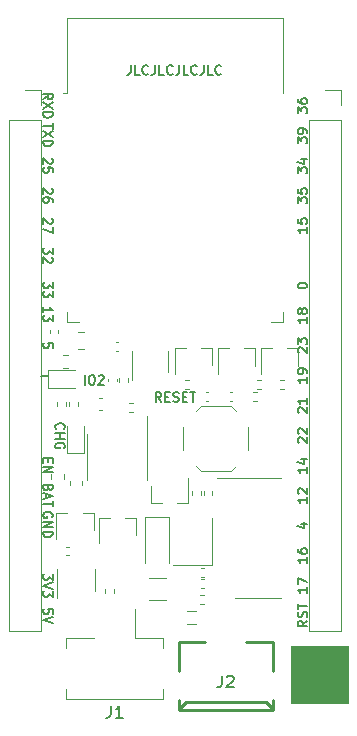
<source format=gbr>
%TF.GenerationSoftware,KiCad,Pcbnew,(5.1.7-0-10_14)*%
%TF.CreationDate,2020-11-05T16:39:34+09:00*%
%TF.ProjectId,mini-esp32,6d696e69-2d65-4737-9033-322e6b696361,rev?*%
%TF.SameCoordinates,Original*%
%TF.FileFunction,Legend,Top*%
%TF.FilePolarity,Positive*%
%FSLAX46Y46*%
G04 Gerber Fmt 4.6, Leading zero omitted, Abs format (unit mm)*
G04 Created by KiCad (PCBNEW (5.1.7-0-10_14)) date 2020-11-05 16:39:34*
%MOMM*%
%LPD*%
G01*
G04 APERTURE LIST*
%ADD10C,0.150000*%
%ADD11C,0.100000*%
%ADD12C,0.120000*%
%ADD13C,0.254000*%
G04 APERTURE END LIST*
D10*
X122350000Y-91950000D02*
X122950000Y-91950000D01*
X129954761Y-65661904D02*
X129954761Y-66233333D01*
X129916666Y-66347619D01*
X129840476Y-66423809D01*
X129726190Y-66461904D01*
X129650000Y-66461904D01*
X130716666Y-66461904D02*
X130335714Y-66461904D01*
X130335714Y-65661904D01*
X131440476Y-66385714D02*
X131402380Y-66423809D01*
X131288095Y-66461904D01*
X131211904Y-66461904D01*
X131097619Y-66423809D01*
X131021428Y-66347619D01*
X130983333Y-66271428D01*
X130945238Y-66119047D01*
X130945238Y-66004761D01*
X130983333Y-65852380D01*
X131021428Y-65776190D01*
X131097619Y-65700000D01*
X131211904Y-65661904D01*
X131288095Y-65661904D01*
X131402380Y-65700000D01*
X131440476Y-65738095D01*
X132011904Y-65661904D02*
X132011904Y-66233333D01*
X131973809Y-66347619D01*
X131897619Y-66423809D01*
X131783333Y-66461904D01*
X131707142Y-66461904D01*
X132773809Y-66461904D02*
X132392857Y-66461904D01*
X132392857Y-65661904D01*
X133497619Y-66385714D02*
X133459523Y-66423809D01*
X133345238Y-66461904D01*
X133269047Y-66461904D01*
X133154761Y-66423809D01*
X133078571Y-66347619D01*
X133040476Y-66271428D01*
X133002380Y-66119047D01*
X133002380Y-66004761D01*
X133040476Y-65852380D01*
X133078571Y-65776190D01*
X133154761Y-65700000D01*
X133269047Y-65661904D01*
X133345238Y-65661904D01*
X133459523Y-65700000D01*
X133497619Y-65738095D01*
X134069047Y-65661904D02*
X134069047Y-66233333D01*
X134030952Y-66347619D01*
X133954761Y-66423809D01*
X133840476Y-66461904D01*
X133764285Y-66461904D01*
X134830952Y-66461904D02*
X134450000Y-66461904D01*
X134450000Y-65661904D01*
X135554761Y-66385714D02*
X135516666Y-66423809D01*
X135402380Y-66461904D01*
X135326190Y-66461904D01*
X135211904Y-66423809D01*
X135135714Y-66347619D01*
X135097619Y-66271428D01*
X135059523Y-66119047D01*
X135059523Y-66004761D01*
X135097619Y-65852380D01*
X135135714Y-65776190D01*
X135211904Y-65700000D01*
X135326190Y-65661904D01*
X135402380Y-65661904D01*
X135516666Y-65700000D01*
X135554761Y-65738095D01*
X136126190Y-65661904D02*
X136126190Y-66233333D01*
X136088095Y-66347619D01*
X136011904Y-66423809D01*
X135897619Y-66461904D01*
X135821428Y-66461904D01*
X136888095Y-66461904D02*
X136507142Y-66461904D01*
X136507142Y-65661904D01*
X137611904Y-66385714D02*
X137573809Y-66423809D01*
X137459523Y-66461904D01*
X137383333Y-66461904D01*
X137269047Y-66423809D01*
X137192857Y-66347619D01*
X137154761Y-66271428D01*
X137116666Y-66119047D01*
X137116666Y-66004761D01*
X137154761Y-65852380D01*
X137192857Y-65776190D01*
X137269047Y-65700000D01*
X137383333Y-65661904D01*
X137459523Y-65661904D01*
X137573809Y-65700000D01*
X137611904Y-65738095D01*
X132538095Y-94161904D02*
X132271428Y-93780952D01*
X132080952Y-94161904D02*
X132080952Y-93361904D01*
X132385714Y-93361904D01*
X132461904Y-93400000D01*
X132500000Y-93438095D01*
X132538095Y-93514285D01*
X132538095Y-93628571D01*
X132500000Y-93704761D01*
X132461904Y-93742857D01*
X132385714Y-93780952D01*
X132080952Y-93780952D01*
X132880952Y-93742857D02*
X133147619Y-93742857D01*
X133261904Y-94161904D02*
X132880952Y-94161904D01*
X132880952Y-93361904D01*
X133261904Y-93361904D01*
X133566666Y-94123809D02*
X133680952Y-94161904D01*
X133871428Y-94161904D01*
X133947619Y-94123809D01*
X133985714Y-94085714D01*
X134023809Y-94009523D01*
X134023809Y-93933333D01*
X133985714Y-93857142D01*
X133947619Y-93819047D01*
X133871428Y-93780952D01*
X133719047Y-93742857D01*
X133642857Y-93704761D01*
X133604761Y-93666666D01*
X133566666Y-93590476D01*
X133566666Y-93514285D01*
X133604761Y-93438095D01*
X133642857Y-93400000D01*
X133719047Y-93361904D01*
X133909523Y-93361904D01*
X134023809Y-93400000D01*
X134366666Y-93742857D02*
X134633333Y-93742857D01*
X134747619Y-94161904D02*
X134366666Y-94161904D01*
X134366666Y-93361904D01*
X134747619Y-93361904D01*
X134976190Y-93361904D02*
X135433333Y-93361904D01*
X135204761Y-94161904D02*
X135204761Y-93361904D01*
X123664285Y-96478571D02*
X123626190Y-96440476D01*
X123588095Y-96326190D01*
X123588095Y-96250000D01*
X123626190Y-96135714D01*
X123702380Y-96059523D01*
X123778571Y-96021428D01*
X123930952Y-95983333D01*
X124045238Y-95983333D01*
X124197619Y-96021428D01*
X124273809Y-96059523D01*
X124350000Y-96135714D01*
X124388095Y-96250000D01*
X124388095Y-96326190D01*
X124350000Y-96440476D01*
X124311904Y-96478571D01*
X123588095Y-96821428D02*
X124388095Y-96821428D01*
X124007142Y-96821428D02*
X124007142Y-97278571D01*
X123588095Y-97278571D02*
X124388095Y-97278571D01*
X124350000Y-98078571D02*
X124388095Y-98002380D01*
X124388095Y-97888095D01*
X124350000Y-97773809D01*
X124273809Y-97697619D01*
X124197619Y-97659523D01*
X124045238Y-97621428D01*
X123930952Y-97621428D01*
X123778571Y-97659523D01*
X123702380Y-97697619D01*
X123626190Y-97773809D01*
X123588095Y-97888095D01*
X123588095Y-97964285D01*
X123626190Y-98078571D01*
X123664285Y-98116666D01*
X123930952Y-98116666D01*
X123930952Y-97964285D01*
X126050000Y-92711904D02*
X126050000Y-91911904D01*
X126583333Y-91911904D02*
X126735714Y-91911904D01*
X126811904Y-91950000D01*
X126888095Y-92026190D01*
X126926190Y-92178571D01*
X126926190Y-92445238D01*
X126888095Y-92597619D01*
X126811904Y-92673809D01*
X126735714Y-92711904D01*
X126583333Y-92711904D01*
X126507142Y-92673809D01*
X126430952Y-92597619D01*
X126392857Y-92445238D01*
X126392857Y-92178571D01*
X126430952Y-92026190D01*
X126507142Y-91950000D01*
X126583333Y-91911904D01*
X127230952Y-91988095D02*
X127269047Y-91950000D01*
X127345238Y-91911904D01*
X127535714Y-91911904D01*
X127611904Y-91950000D01*
X127650000Y-91988095D01*
X127688095Y-92064285D01*
X127688095Y-92140476D01*
X127650000Y-92254761D01*
X127192857Y-92711904D01*
X127688095Y-92711904D01*
X144087904Y-69735619D02*
X144087904Y-69240380D01*
X144392666Y-69507047D01*
X144392666Y-69392761D01*
X144430761Y-69316571D01*
X144468857Y-69278476D01*
X144545047Y-69240380D01*
X144735523Y-69240380D01*
X144811714Y-69278476D01*
X144849809Y-69316571D01*
X144887904Y-69392761D01*
X144887904Y-69621333D01*
X144849809Y-69697523D01*
X144811714Y-69735619D01*
X144087904Y-68554666D02*
X144087904Y-68707047D01*
X144126000Y-68783238D01*
X144164095Y-68821333D01*
X144278380Y-68897523D01*
X144430761Y-68935619D01*
X144735523Y-68935619D01*
X144811714Y-68897523D01*
X144849809Y-68859428D01*
X144887904Y-68783238D01*
X144887904Y-68630857D01*
X144849809Y-68554666D01*
X144811714Y-68516571D01*
X144735523Y-68478476D01*
X144545047Y-68478476D01*
X144468857Y-68516571D01*
X144430761Y-68554666D01*
X144392666Y-68630857D01*
X144392666Y-68783238D01*
X144430761Y-68859428D01*
X144468857Y-68897523D01*
X144545047Y-68935619D01*
X144087904Y-72275619D02*
X144087904Y-71780380D01*
X144392666Y-72047047D01*
X144392666Y-71932761D01*
X144430761Y-71856571D01*
X144468857Y-71818476D01*
X144545047Y-71780380D01*
X144735523Y-71780380D01*
X144811714Y-71818476D01*
X144849809Y-71856571D01*
X144887904Y-71932761D01*
X144887904Y-72161333D01*
X144849809Y-72237523D01*
X144811714Y-72275619D01*
X144887904Y-71399428D02*
X144887904Y-71247047D01*
X144849809Y-71170857D01*
X144811714Y-71132761D01*
X144697428Y-71056571D01*
X144545047Y-71018476D01*
X144240285Y-71018476D01*
X144164095Y-71056571D01*
X144126000Y-71094666D01*
X144087904Y-71170857D01*
X144087904Y-71323238D01*
X144126000Y-71399428D01*
X144164095Y-71437523D01*
X144240285Y-71475619D01*
X144430761Y-71475619D01*
X144506952Y-71437523D01*
X144545047Y-71399428D01*
X144583142Y-71323238D01*
X144583142Y-71170857D01*
X144545047Y-71094666D01*
X144506952Y-71056571D01*
X144430761Y-71018476D01*
X144087904Y-74815619D02*
X144087904Y-74320380D01*
X144392666Y-74587047D01*
X144392666Y-74472761D01*
X144430761Y-74396571D01*
X144468857Y-74358476D01*
X144545047Y-74320380D01*
X144735523Y-74320380D01*
X144811714Y-74358476D01*
X144849809Y-74396571D01*
X144887904Y-74472761D01*
X144887904Y-74701333D01*
X144849809Y-74777523D01*
X144811714Y-74815619D01*
X144354571Y-73634666D02*
X144887904Y-73634666D01*
X144049809Y-73825142D02*
X144621238Y-74015619D01*
X144621238Y-73520380D01*
X144087904Y-77355619D02*
X144087904Y-76860380D01*
X144392666Y-77127047D01*
X144392666Y-77012761D01*
X144430761Y-76936571D01*
X144468857Y-76898476D01*
X144545047Y-76860380D01*
X144735523Y-76860380D01*
X144811714Y-76898476D01*
X144849809Y-76936571D01*
X144887904Y-77012761D01*
X144887904Y-77241333D01*
X144849809Y-77317523D01*
X144811714Y-77355619D01*
X144087904Y-76136571D02*
X144087904Y-76517523D01*
X144468857Y-76555619D01*
X144430761Y-76517523D01*
X144392666Y-76441333D01*
X144392666Y-76250857D01*
X144430761Y-76174666D01*
X144468857Y-76136571D01*
X144545047Y-76098476D01*
X144735523Y-76098476D01*
X144811714Y-76136571D01*
X144849809Y-76174666D01*
X144887904Y-76250857D01*
X144887904Y-76441333D01*
X144849809Y-76517523D01*
X144811714Y-76555619D01*
X144887904Y-79400380D02*
X144887904Y-79857523D01*
X144887904Y-79628952D02*
X144087904Y-79628952D01*
X144202190Y-79705142D01*
X144278380Y-79781333D01*
X144316476Y-79857523D01*
X144087904Y-78676571D02*
X144087904Y-79057523D01*
X144468857Y-79095619D01*
X144430761Y-79057523D01*
X144392666Y-78981333D01*
X144392666Y-78790857D01*
X144430761Y-78714666D01*
X144468857Y-78676571D01*
X144545047Y-78638476D01*
X144735523Y-78638476D01*
X144811714Y-78676571D01*
X144849809Y-78714666D01*
X144887904Y-78790857D01*
X144887904Y-78981333D01*
X144849809Y-79057523D01*
X144811714Y-79095619D01*
X144087904Y-84366095D02*
X144087904Y-84289904D01*
X144126000Y-84213714D01*
X144164095Y-84175619D01*
X144240285Y-84137523D01*
X144392666Y-84099428D01*
X144583142Y-84099428D01*
X144735523Y-84137523D01*
X144811714Y-84175619D01*
X144849809Y-84213714D01*
X144887904Y-84289904D01*
X144887904Y-84366095D01*
X144849809Y-84442285D01*
X144811714Y-84480380D01*
X144735523Y-84518476D01*
X144583142Y-84556571D01*
X144392666Y-84556571D01*
X144240285Y-84518476D01*
X144164095Y-84480380D01*
X144126000Y-84442285D01*
X144087904Y-84366095D01*
X144887904Y-87020380D02*
X144887904Y-87477523D01*
X144887904Y-87248952D02*
X144087904Y-87248952D01*
X144202190Y-87325142D01*
X144278380Y-87401333D01*
X144316476Y-87477523D01*
X144430761Y-86563238D02*
X144392666Y-86639428D01*
X144354571Y-86677523D01*
X144278380Y-86715619D01*
X144240285Y-86715619D01*
X144164095Y-86677523D01*
X144126000Y-86639428D01*
X144087904Y-86563238D01*
X144087904Y-86410857D01*
X144126000Y-86334666D01*
X144164095Y-86296571D01*
X144240285Y-86258476D01*
X144278380Y-86258476D01*
X144354571Y-86296571D01*
X144392666Y-86334666D01*
X144430761Y-86410857D01*
X144430761Y-86563238D01*
X144468857Y-86639428D01*
X144506952Y-86677523D01*
X144583142Y-86715619D01*
X144735523Y-86715619D01*
X144811714Y-86677523D01*
X144849809Y-86639428D01*
X144887904Y-86563238D01*
X144887904Y-86410857D01*
X144849809Y-86334666D01*
X144811714Y-86296571D01*
X144735523Y-86258476D01*
X144583142Y-86258476D01*
X144506952Y-86296571D01*
X144468857Y-86334666D01*
X144430761Y-86410857D01*
X144164095Y-90017523D02*
X144126000Y-89979428D01*
X144087904Y-89903238D01*
X144087904Y-89712761D01*
X144126000Y-89636571D01*
X144164095Y-89598476D01*
X144240285Y-89560380D01*
X144316476Y-89560380D01*
X144430761Y-89598476D01*
X144887904Y-90055619D01*
X144887904Y-89560380D01*
X144087904Y-89293714D02*
X144087904Y-88798476D01*
X144392666Y-89065142D01*
X144392666Y-88950857D01*
X144430761Y-88874666D01*
X144468857Y-88836571D01*
X144545047Y-88798476D01*
X144735523Y-88798476D01*
X144811714Y-88836571D01*
X144849809Y-88874666D01*
X144887904Y-88950857D01*
X144887904Y-89179428D01*
X144849809Y-89255619D01*
X144811714Y-89293714D01*
X144887904Y-92100380D02*
X144887904Y-92557523D01*
X144887904Y-92328952D02*
X144087904Y-92328952D01*
X144202190Y-92405142D01*
X144278380Y-92481333D01*
X144316476Y-92557523D01*
X144887904Y-91719428D02*
X144887904Y-91567047D01*
X144849809Y-91490857D01*
X144811714Y-91452761D01*
X144697428Y-91376571D01*
X144545047Y-91338476D01*
X144240285Y-91338476D01*
X144164095Y-91376571D01*
X144126000Y-91414666D01*
X144087904Y-91490857D01*
X144087904Y-91643238D01*
X144126000Y-91719428D01*
X144164095Y-91757523D01*
X144240285Y-91795619D01*
X144430761Y-91795619D01*
X144506952Y-91757523D01*
X144545047Y-91719428D01*
X144583142Y-91643238D01*
X144583142Y-91490857D01*
X144545047Y-91414666D01*
X144506952Y-91376571D01*
X144430761Y-91338476D01*
X144164095Y-95097523D02*
X144126000Y-95059428D01*
X144087904Y-94983238D01*
X144087904Y-94792761D01*
X144126000Y-94716571D01*
X144164095Y-94678476D01*
X144240285Y-94640380D01*
X144316476Y-94640380D01*
X144430761Y-94678476D01*
X144887904Y-95135619D01*
X144887904Y-94640380D01*
X144887904Y-93878476D02*
X144887904Y-94335619D01*
X144887904Y-94107047D02*
X144087904Y-94107047D01*
X144202190Y-94183238D01*
X144278380Y-94259428D01*
X144316476Y-94335619D01*
X144164095Y-97637523D02*
X144126000Y-97599428D01*
X144087904Y-97523238D01*
X144087904Y-97332761D01*
X144126000Y-97256571D01*
X144164095Y-97218476D01*
X144240285Y-97180380D01*
X144316476Y-97180380D01*
X144430761Y-97218476D01*
X144887904Y-97675619D01*
X144887904Y-97180380D01*
X144164095Y-96875619D02*
X144126000Y-96837523D01*
X144087904Y-96761333D01*
X144087904Y-96570857D01*
X144126000Y-96494666D01*
X144164095Y-96456571D01*
X144240285Y-96418476D01*
X144316476Y-96418476D01*
X144430761Y-96456571D01*
X144887904Y-96913714D01*
X144887904Y-96418476D01*
X144887904Y-99720380D02*
X144887904Y-100177523D01*
X144887904Y-99948952D02*
X144087904Y-99948952D01*
X144202190Y-100025142D01*
X144278380Y-100101333D01*
X144316476Y-100177523D01*
X144354571Y-99034666D02*
X144887904Y-99034666D01*
X144049809Y-99225142D02*
X144621238Y-99415619D01*
X144621238Y-98920380D01*
X144887904Y-102260380D02*
X144887904Y-102717523D01*
X144887904Y-102488952D02*
X144087904Y-102488952D01*
X144202190Y-102565142D01*
X144278380Y-102641333D01*
X144316476Y-102717523D01*
X144164095Y-101955619D02*
X144126000Y-101917523D01*
X144087904Y-101841333D01*
X144087904Y-101650857D01*
X144126000Y-101574666D01*
X144164095Y-101536571D01*
X144240285Y-101498476D01*
X144316476Y-101498476D01*
X144430761Y-101536571D01*
X144887904Y-101993714D01*
X144887904Y-101498476D01*
X144354571Y-104495619D02*
X144887904Y-104495619D01*
X144049809Y-104686095D02*
X144621238Y-104876571D01*
X144621238Y-104381333D01*
X144887904Y-107340380D02*
X144887904Y-107797523D01*
X144887904Y-107568952D02*
X144087904Y-107568952D01*
X144202190Y-107645142D01*
X144278380Y-107721333D01*
X144316476Y-107797523D01*
X144087904Y-106654666D02*
X144087904Y-106807047D01*
X144126000Y-106883238D01*
X144164095Y-106921333D01*
X144278380Y-106997523D01*
X144430761Y-107035619D01*
X144735523Y-107035619D01*
X144811714Y-106997523D01*
X144849809Y-106959428D01*
X144887904Y-106883238D01*
X144887904Y-106730857D01*
X144849809Y-106654666D01*
X144811714Y-106616571D01*
X144735523Y-106578476D01*
X144545047Y-106578476D01*
X144468857Y-106616571D01*
X144430761Y-106654666D01*
X144392666Y-106730857D01*
X144392666Y-106883238D01*
X144430761Y-106959428D01*
X144468857Y-106997523D01*
X144545047Y-107035619D01*
X144887904Y-109880380D02*
X144887904Y-110337523D01*
X144887904Y-110108952D02*
X144087904Y-110108952D01*
X144202190Y-110185142D01*
X144278380Y-110261333D01*
X144316476Y-110337523D01*
X144087904Y-109613714D02*
X144087904Y-109080380D01*
X144887904Y-109423238D01*
X144887904Y-112706095D02*
X144506952Y-112972761D01*
X144887904Y-113163238D02*
X144087904Y-113163238D01*
X144087904Y-112858476D01*
X144126000Y-112782285D01*
X144164095Y-112744190D01*
X144240285Y-112706095D01*
X144354571Y-112706095D01*
X144430761Y-112744190D01*
X144468857Y-112782285D01*
X144506952Y-112858476D01*
X144506952Y-113163238D01*
X144849809Y-112401333D02*
X144887904Y-112287047D01*
X144887904Y-112096571D01*
X144849809Y-112020380D01*
X144811714Y-111982285D01*
X144735523Y-111944190D01*
X144659333Y-111944190D01*
X144583142Y-111982285D01*
X144545047Y-112020380D01*
X144506952Y-112096571D01*
X144468857Y-112248952D01*
X144430761Y-112325142D01*
X144392666Y-112363238D01*
X144316476Y-112401333D01*
X144240285Y-112401333D01*
X144164095Y-112363238D01*
X144126000Y-112325142D01*
X144087904Y-112248952D01*
X144087904Y-112058476D01*
X144126000Y-111944190D01*
X144087904Y-111715619D02*
X144087904Y-111258476D01*
X144887904Y-111487047D02*
X144087904Y-111487047D01*
X123338095Y-112115619D02*
X123338095Y-111734666D01*
X122957142Y-111696571D01*
X122995238Y-111734666D01*
X123033333Y-111810857D01*
X123033333Y-112001333D01*
X122995238Y-112077523D01*
X122957142Y-112115619D01*
X122880952Y-112153714D01*
X122690476Y-112153714D01*
X122614285Y-112115619D01*
X122576190Y-112077523D01*
X122538095Y-112001333D01*
X122538095Y-111810857D01*
X122576190Y-111734666D01*
X122614285Y-111696571D01*
X123338095Y-112382285D02*
X122538095Y-112648952D01*
X123338095Y-112915619D01*
X123338095Y-108737523D02*
X123338095Y-109232761D01*
X123033333Y-108966095D01*
X123033333Y-109080380D01*
X122995238Y-109156571D01*
X122957142Y-109194666D01*
X122880952Y-109232761D01*
X122690476Y-109232761D01*
X122614285Y-109194666D01*
X122576190Y-109156571D01*
X122538095Y-109080380D01*
X122538095Y-108851809D01*
X122576190Y-108775619D01*
X122614285Y-108737523D01*
X123338095Y-109461333D02*
X122538095Y-109728000D01*
X123338095Y-109994666D01*
X123338095Y-110185142D02*
X123338095Y-110680380D01*
X123033333Y-110413714D01*
X123033333Y-110528000D01*
X122995238Y-110604190D01*
X122957142Y-110642285D01*
X122880952Y-110680380D01*
X122690476Y-110680380D01*
X122614285Y-110642285D01*
X122576190Y-110604190D01*
X122538095Y-110528000D01*
X122538095Y-110299428D01*
X122576190Y-110223238D01*
X122614285Y-110185142D01*
X123300000Y-103940476D02*
X123338095Y-103864285D01*
X123338095Y-103750000D01*
X123300000Y-103635714D01*
X123223809Y-103559523D01*
X123147619Y-103521428D01*
X122995238Y-103483333D01*
X122880952Y-103483333D01*
X122728571Y-103521428D01*
X122652380Y-103559523D01*
X122576190Y-103635714D01*
X122538095Y-103750000D01*
X122538095Y-103826190D01*
X122576190Y-103940476D01*
X122614285Y-103978571D01*
X122880952Y-103978571D01*
X122880952Y-103826190D01*
X122538095Y-104321428D02*
X123338095Y-104321428D01*
X122538095Y-104778571D01*
X123338095Y-104778571D01*
X122538095Y-105159523D02*
X123338095Y-105159523D01*
X123338095Y-105350000D01*
X123300000Y-105464285D01*
X123223809Y-105540476D01*
X123147619Y-105578571D01*
X122995238Y-105616666D01*
X122880952Y-105616666D01*
X122728571Y-105578571D01*
X122652380Y-105540476D01*
X122576190Y-105464285D01*
X122538095Y-105350000D01*
X122538095Y-105159523D01*
X122957142Y-101459523D02*
X122919047Y-101573809D01*
X122880952Y-101611904D01*
X122804761Y-101650000D01*
X122690476Y-101650000D01*
X122614285Y-101611904D01*
X122576190Y-101573809D01*
X122538095Y-101497619D01*
X122538095Y-101192857D01*
X123338095Y-101192857D01*
X123338095Y-101459523D01*
X123300000Y-101535714D01*
X123261904Y-101573809D01*
X123185714Y-101611904D01*
X123109523Y-101611904D01*
X123033333Y-101573809D01*
X122995238Y-101535714D01*
X122957142Y-101459523D01*
X122957142Y-101192857D01*
X122766666Y-101954761D02*
X122766666Y-102335714D01*
X122538095Y-101878571D02*
X123338095Y-102145238D01*
X122538095Y-102411904D01*
X123338095Y-102564285D02*
X123338095Y-103021428D01*
X122538095Y-102792857D02*
X123338095Y-102792857D01*
X122957142Y-98959523D02*
X122957142Y-99226190D01*
X122538095Y-99340476D02*
X122538095Y-98959523D01*
X123338095Y-98959523D01*
X123338095Y-99340476D01*
X122538095Y-99683333D02*
X123338095Y-99683333D01*
X122538095Y-100140476D01*
X123338095Y-100140476D01*
X123338095Y-89590476D02*
X123338095Y-89209523D01*
X122957142Y-89171428D01*
X122995238Y-89209523D01*
X123033333Y-89285714D01*
X123033333Y-89476190D01*
X122995238Y-89552380D01*
X122957142Y-89590476D01*
X122880952Y-89628571D01*
X122690476Y-89628571D01*
X122614285Y-89590476D01*
X122576190Y-89552380D01*
X122538095Y-89476190D01*
X122538095Y-89285714D01*
X122576190Y-89209523D01*
X122614285Y-89171428D01*
X122538095Y-86588619D02*
X122538095Y-86131476D01*
X122538095Y-86360047D02*
X123338095Y-86360047D01*
X123223809Y-86283857D01*
X123147619Y-86207666D01*
X123109523Y-86131476D01*
X123338095Y-86855285D02*
X123338095Y-87350523D01*
X123033333Y-87083857D01*
X123033333Y-87198142D01*
X122995238Y-87274333D01*
X122957142Y-87312428D01*
X122880952Y-87350523D01*
X122690476Y-87350523D01*
X122614285Y-87312428D01*
X122576190Y-87274333D01*
X122538095Y-87198142D01*
X122538095Y-86969571D01*
X122576190Y-86893380D01*
X122614285Y-86855285D01*
X123338095Y-84061380D02*
X123338095Y-84556619D01*
X123033333Y-84289952D01*
X123033333Y-84404238D01*
X122995238Y-84480428D01*
X122957142Y-84518523D01*
X122880952Y-84556619D01*
X122690476Y-84556619D01*
X122614285Y-84518523D01*
X122576190Y-84480428D01*
X122538095Y-84404238D01*
X122538095Y-84175666D01*
X122576190Y-84099476D01*
X122614285Y-84061380D01*
X123338095Y-84823285D02*
X123338095Y-85318523D01*
X123033333Y-85051857D01*
X123033333Y-85166142D01*
X122995238Y-85242333D01*
X122957142Y-85280428D01*
X122880952Y-85318523D01*
X122690476Y-85318523D01*
X122614285Y-85280428D01*
X122576190Y-85242333D01*
X122538095Y-85166142D01*
X122538095Y-84937571D01*
X122576190Y-84861380D01*
X122614285Y-84823285D01*
X123338095Y-81140380D02*
X123338095Y-81635619D01*
X123033333Y-81368952D01*
X123033333Y-81483238D01*
X122995238Y-81559428D01*
X122957142Y-81597523D01*
X122880952Y-81635619D01*
X122690476Y-81635619D01*
X122614285Y-81597523D01*
X122576190Y-81559428D01*
X122538095Y-81483238D01*
X122538095Y-81254666D01*
X122576190Y-81178476D01*
X122614285Y-81140380D01*
X123261904Y-81940380D02*
X123300000Y-81978476D01*
X123338095Y-82054666D01*
X123338095Y-82245142D01*
X123300000Y-82321333D01*
X123261904Y-82359428D01*
X123185714Y-82397523D01*
X123109523Y-82397523D01*
X122995238Y-82359428D01*
X122538095Y-81902285D01*
X122538095Y-82397523D01*
X123261904Y-78638476D02*
X123300000Y-78676571D01*
X123338095Y-78752761D01*
X123338095Y-78943238D01*
X123300000Y-79019428D01*
X123261904Y-79057523D01*
X123185714Y-79095619D01*
X123109523Y-79095619D01*
X122995238Y-79057523D01*
X122538095Y-78600380D01*
X122538095Y-79095619D01*
X123338095Y-79362285D02*
X123338095Y-79895619D01*
X122538095Y-79552761D01*
X123261904Y-76090476D02*
X123300000Y-76128571D01*
X123338095Y-76204761D01*
X123338095Y-76395238D01*
X123300000Y-76471428D01*
X123261904Y-76509523D01*
X123185714Y-76547619D01*
X123109523Y-76547619D01*
X122995238Y-76509523D01*
X122538095Y-76052380D01*
X122538095Y-76547619D01*
X123338095Y-77233333D02*
X123338095Y-77080952D01*
X123300000Y-77004761D01*
X123261904Y-76966666D01*
X123147619Y-76890476D01*
X122995238Y-76852380D01*
X122690476Y-76852380D01*
X122614285Y-76890476D01*
X122576190Y-76928571D01*
X122538095Y-77004761D01*
X122538095Y-77157142D01*
X122576190Y-77233333D01*
X122614285Y-77271428D01*
X122690476Y-77309523D01*
X122880952Y-77309523D01*
X122957142Y-77271428D01*
X122995238Y-77233333D01*
X123033333Y-77157142D01*
X123033333Y-77004761D01*
X122995238Y-76928571D01*
X122957142Y-76890476D01*
X122880952Y-76852380D01*
X123261904Y-73558476D02*
X123300000Y-73596571D01*
X123338095Y-73672761D01*
X123338095Y-73863238D01*
X123300000Y-73939428D01*
X123261904Y-73977523D01*
X123185714Y-74015619D01*
X123109523Y-74015619D01*
X122995238Y-73977523D01*
X122538095Y-73520380D01*
X122538095Y-74015619D01*
X123338095Y-74739428D02*
X123338095Y-74358476D01*
X122957142Y-74320380D01*
X122995238Y-74358476D01*
X123033333Y-74434666D01*
X123033333Y-74625142D01*
X122995238Y-74701333D01*
X122957142Y-74739428D01*
X122880952Y-74777523D01*
X122690476Y-74777523D01*
X122614285Y-74739428D01*
X122576190Y-74701333D01*
X122538095Y-74625142D01*
X122538095Y-74434666D01*
X122576190Y-74358476D01*
X122614285Y-74320380D01*
X123338095Y-70590476D02*
X123338095Y-71047619D01*
X122538095Y-70819047D02*
X123338095Y-70819047D01*
X123338095Y-71238095D02*
X122538095Y-71771428D01*
X123338095Y-71771428D02*
X122538095Y-71238095D01*
X122538095Y-72076190D02*
X123338095Y-72076190D01*
X123338095Y-72266666D01*
X123300000Y-72380952D01*
X123223809Y-72457142D01*
X123147619Y-72495238D01*
X122995238Y-72533333D01*
X122880952Y-72533333D01*
X122728571Y-72495238D01*
X122652380Y-72457142D01*
X122576190Y-72380952D01*
X122538095Y-72266666D01*
X122538095Y-72076190D01*
X122538095Y-68554666D02*
X122919047Y-68288000D01*
X122538095Y-68097523D02*
X123338095Y-68097523D01*
X123338095Y-68402285D01*
X123300000Y-68478476D01*
X123261904Y-68516571D01*
X123185714Y-68554666D01*
X123071428Y-68554666D01*
X122995238Y-68516571D01*
X122957142Y-68478476D01*
X122919047Y-68402285D01*
X122919047Y-68097523D01*
X123338095Y-68821333D02*
X122538095Y-69354666D01*
X123338095Y-69354666D02*
X122538095Y-68821333D01*
X122538095Y-69659428D02*
X123338095Y-69659428D01*
X123338095Y-69849904D01*
X123300000Y-69964190D01*
X123223809Y-70040380D01*
X123147619Y-70078476D01*
X122995238Y-70116571D01*
X122880952Y-70116571D01*
X122728571Y-70078476D01*
X122652380Y-70040380D01*
X122576190Y-69964190D01*
X122538095Y-69849904D01*
X122538095Y-69659428D01*
D11*
G36*
X148336000Y-119634000D02*
G01*
X143510000Y-119634000D01*
X143510000Y-114808000D01*
X148336000Y-114808000D01*
X148336000Y-119634000D01*
G37*
X148336000Y-119634000D02*
X143510000Y-119634000D01*
X143510000Y-114808000D01*
X148336000Y-114808000D01*
X148336000Y-119634000D01*
D12*
%TO.C,C3*%
X128907836Y-89860000D02*
X128692164Y-89860000D01*
X128907836Y-89140000D02*
X128692164Y-89140000D01*
%TO.C,U1*%
X124580000Y-68055000D02*
X124200000Y-68055000D01*
X124580000Y-61635000D02*
X124580000Y-68055000D01*
X142820000Y-61635000D02*
X142820000Y-68055000D01*
X124580000Y-61635000D02*
X142820000Y-61635000D01*
X142820000Y-87380000D02*
X141820000Y-87380000D01*
X142820000Y-86600000D02*
X142820000Y-87380000D01*
X124580000Y-87380000D02*
X125580000Y-87380000D01*
X124580000Y-86600000D02*
X124580000Y-87380000D01*
D13*
%TO.C,J2*%
X134035000Y-120254000D02*
X134035000Y-120154000D01*
X134035000Y-120154000D02*
X134625000Y-119564000D01*
X141985000Y-120274000D02*
X141985000Y-120154000D01*
X141985000Y-120154000D02*
X141395000Y-119564000D01*
X141395000Y-119564000D02*
X134625000Y-119564000D01*
X142005000Y-120274000D02*
X134005000Y-120274000D01*
X134005000Y-114514000D02*
X136238000Y-114514000D01*
X139751000Y-114514000D02*
X142005000Y-114514000D01*
X142005000Y-114524000D02*
X142005000Y-116959000D01*
X142005000Y-119448000D02*
X142005000Y-120274000D01*
X134005000Y-114514000D02*
X134005000Y-116959000D01*
X134005000Y-119448000D02*
X134005000Y-120254000D01*
D12*
%TO.C,C1*%
X127259420Y-93815000D02*
X127540580Y-93815000D01*
X127259420Y-94835000D02*
X127540580Y-94835000D01*
%TO.C,C2*%
X128040000Y-92217164D02*
X128040000Y-92432836D01*
X128760000Y-92217164D02*
X128760000Y-92432836D01*
%TO.C,C4*%
X126011252Y-88265000D02*
X125488748Y-88265000D01*
X126011252Y-89735000D02*
X125488748Y-89735000D01*
%TO.C,C5*%
X125810000Y-101190580D02*
X125810000Y-100909420D01*
X124790000Y-101190580D02*
X124790000Y-100909420D01*
%TO.C,C6*%
X123090000Y-88092164D02*
X123090000Y-88307836D01*
X123810000Y-88092164D02*
X123810000Y-88307836D01*
%TO.C,C7*%
X138537836Y-94086000D02*
X138322164Y-94086000D01*
X138537836Y-93366000D02*
X138322164Y-93366000D01*
%TO.C,C8*%
X136505836Y-93366000D02*
X136290164Y-93366000D01*
X136505836Y-94086000D02*
X136290164Y-94086000D01*
%TO.C,C9*%
X136127836Y-108240000D02*
X135912164Y-108240000D01*
X136127836Y-108960000D02*
X135912164Y-108960000D01*
%TO.C,C10*%
X136127836Y-109910000D02*
X135912164Y-109910000D01*
X136127836Y-109190000D02*
X135912164Y-109190000D01*
%TO.C,D1*%
X133200000Y-103950000D02*
X133200000Y-107850000D01*
X131200000Y-103950000D02*
X131200000Y-107850000D01*
X133200000Y-103950000D02*
X131200000Y-103950000D01*
%TO.C,D2*%
X124565000Y-96250000D02*
X124565000Y-98535000D01*
X124565000Y-98535000D02*
X126035000Y-98535000D01*
X126035000Y-98535000D02*
X126035000Y-96250000D01*
%TO.C,D3*%
X125260000Y-91490000D02*
X122975000Y-91490000D01*
X122975000Y-91490000D02*
X122975000Y-92960000D01*
X122975000Y-92960000D02*
X125260000Y-92960000D01*
%TO.C,FB1*%
X134700378Y-112960000D02*
X135499622Y-112960000D01*
X134700378Y-111840000D02*
X135499622Y-111840000D01*
%TO.C,J1*%
X132685000Y-114990000D02*
X132685000Y-114140000D01*
X132685000Y-114140000D02*
X130360000Y-114140000D01*
X130360000Y-114140000D02*
X130360000Y-111750000D01*
X124515000Y-114990000D02*
X124515000Y-114140000D01*
X124515000Y-114140000D02*
X126840000Y-114140000D01*
X132685000Y-118510000D02*
X132685000Y-119360000D01*
X132685000Y-119360000D02*
X124515000Y-119360000D01*
X124515000Y-119360000D02*
X124515000Y-118510000D01*
%TO.C,Q1*%
X131670000Y-102760000D02*
X131670000Y-101300000D01*
X134830000Y-102760000D02*
X134830000Y-100600000D01*
X134830000Y-102760000D02*
X133900000Y-102760000D01*
X131670000Y-102760000D02*
X132600000Y-102760000D01*
%TO.C,Q4*%
X136880000Y-89615000D02*
X135950000Y-89615000D01*
X133720000Y-89615000D02*
X134650000Y-89615000D01*
X133720000Y-89615000D02*
X133720000Y-91775000D01*
X136880000Y-89615000D02*
X136880000Y-91075000D01*
%TO.C,R1*%
X135846359Y-110520000D02*
X136153641Y-110520000D01*
X135846359Y-111280000D02*
X136153641Y-111280000D01*
%TO.C,R2*%
X131472936Y-109090000D02*
X132927064Y-109090000D01*
X131472936Y-110910000D02*
X132927064Y-110910000D01*
%TO.C,R3*%
X128970000Y-92146359D02*
X128970000Y-92453641D01*
X129730000Y-92146359D02*
X129730000Y-92453641D01*
%TO.C,R4*%
X124272500Y-100737258D02*
X124272500Y-100262742D01*
X123227500Y-100737258D02*
X123227500Y-100262742D01*
%TO.C,R5*%
X123720000Y-94503641D02*
X123720000Y-94196359D01*
X124480000Y-94503641D02*
X124480000Y-94196359D01*
%TO.C,R6*%
X125480000Y-94196359D02*
X125480000Y-94503641D01*
X124720000Y-94196359D02*
X124720000Y-94503641D01*
%TO.C,R7*%
X140676359Y-93080000D02*
X140983641Y-93080000D01*
X140676359Y-92320000D02*
X140983641Y-92320000D01*
%TO.C,R8*%
X142899641Y-92330000D02*
X142592359Y-92330000D01*
X142899641Y-93090000D02*
X142592359Y-93090000D01*
%TO.C,R9*%
X130153641Y-95030000D02*
X129846359Y-95030000D01*
X130153641Y-94270000D02*
X129846359Y-94270000D01*
%TO.C,R10*%
X140615641Y-94106000D02*
X140308359Y-94106000D01*
X140615641Y-93346000D02*
X140308359Y-93346000D01*
%TO.C,R11*%
X124212742Y-91272500D02*
X124687258Y-91272500D01*
X124212742Y-90227500D02*
X124687258Y-90227500D01*
%TO.C,R12*%
X136120000Y-102053641D02*
X136120000Y-101746359D01*
X136880000Y-102053641D02*
X136880000Y-101746359D01*
%TO.C,R13*%
X135120000Y-101746359D02*
X135120000Y-102053641D01*
X135880000Y-101746359D02*
X135880000Y-102053641D01*
%TO.C,R14*%
X134561359Y-93055000D02*
X134868641Y-93055000D01*
X134561359Y-92295000D02*
X134868641Y-92295000D01*
%TO.C,SW1*%
X138410000Y-100032000D02*
X135910000Y-100032000D01*
X139910000Y-98282000D02*
X139910000Y-96282000D01*
X138410000Y-94532000D02*
X135910000Y-94532000D01*
X134410000Y-98282000D02*
X134410000Y-96282000D01*
X138860000Y-99582000D02*
X138410000Y-100032000D01*
X135460000Y-99582000D02*
X135910000Y-100032000D01*
X135460000Y-94982000D02*
X135910000Y-94532000D01*
X138860000Y-94982000D02*
X138410000Y-94532000D01*
%TO.C,U2*%
X130040000Y-89870000D02*
X130040000Y-92300000D01*
X133110000Y-91630000D02*
X133110000Y-89870000D01*
%TO.C,U3*%
X126240000Y-98850000D02*
X126240000Y-100800000D01*
X126240000Y-98850000D02*
X126240000Y-96900000D01*
X131360000Y-98850000D02*
X131360000Y-100800000D01*
X131360000Y-98850000D02*
X131360000Y-95400000D01*
%TO.C,U4*%
X140700000Y-100640000D02*
X137250000Y-100640000D01*
X140700000Y-100640000D02*
X142650000Y-100640000D01*
X140700000Y-110760000D02*
X138750000Y-110760000D01*
X140700000Y-110760000D02*
X142650000Y-110760000D01*
%TO.C,Y1*%
X136850000Y-108000000D02*
X136850000Y-104000000D01*
X133550000Y-108000000D02*
X136850000Y-108000000D01*
%TO.C,Q2*%
X140505001Y-89640000D02*
X140505001Y-91100000D01*
X137345001Y-89640000D02*
X137345001Y-91800000D01*
X137345001Y-89640000D02*
X138275001Y-89640000D01*
X140505001Y-89640000D02*
X139575001Y-89640000D01*
%TO.C,Q3*%
X144130000Y-89640000D02*
X143200000Y-89640000D01*
X140970000Y-89640000D02*
X141900000Y-89640000D01*
X140970000Y-89640000D02*
X140970000Y-91800000D01*
X144130000Y-89640000D02*
X144130000Y-91100000D01*
%TO.C,J5*%
X121000000Y-67730000D02*
X122330000Y-67730000D01*
X122330000Y-67730000D02*
X122330000Y-69060000D01*
X122330000Y-70330000D02*
X122330000Y-113570000D01*
X119670000Y-113570000D02*
X122330000Y-113570000D01*
X119670000Y-70330000D02*
X119670000Y-113570000D01*
X119670000Y-70330000D02*
X122330000Y-70330000D01*
%TO.C,J6*%
X145070000Y-70330000D02*
X147730000Y-70330000D01*
X145070000Y-70330000D02*
X145070000Y-113570000D01*
X145070000Y-113570000D02*
X147730000Y-113570000D01*
X147730000Y-70330000D02*
X147730000Y-113570000D01*
X147730000Y-67730000D02*
X147730000Y-69060000D01*
X146400000Y-67730000D02*
X147730000Y-67730000D01*
%TO.C,C11*%
X124707836Y-107160000D02*
X124492164Y-107160000D01*
X124707836Y-106440000D02*
X124492164Y-106440000D01*
%TO.C,Q5*%
X126830000Y-103590000D02*
X125900000Y-103590000D01*
X123670000Y-103590000D02*
X124600000Y-103590000D01*
X123670000Y-103590000D02*
X123670000Y-105750000D01*
X126830000Y-103590000D02*
X126830000Y-105050000D01*
%TO.C,Q6*%
X130430000Y-103990000D02*
X130430000Y-105450000D01*
X127270000Y-103990000D02*
X127270000Y-106150000D01*
X127270000Y-103990000D02*
X128200000Y-103990000D01*
X130430000Y-103990000D02*
X129500000Y-103990000D01*
%TO.C,R15*%
X127770000Y-110353641D02*
X127770000Y-110046359D01*
X128530000Y-110353641D02*
X128530000Y-110046359D01*
%TO.C,U5*%
X126910000Y-110150000D02*
X126910000Y-108350000D01*
X123690000Y-108350000D02*
X123690000Y-110800000D01*
%TO.C,J2*%
D10*
X137666666Y-117352380D02*
X137666666Y-118066666D01*
X137619047Y-118209523D01*
X137523809Y-118304761D01*
X137380952Y-118352380D01*
X137285714Y-118352380D01*
X138095238Y-117447619D02*
X138142857Y-117400000D01*
X138238095Y-117352380D01*
X138476190Y-117352380D01*
X138571428Y-117400000D01*
X138619047Y-117447619D01*
X138666666Y-117542857D01*
X138666666Y-117638095D01*
X138619047Y-117780952D01*
X138047619Y-118352380D01*
X138666666Y-118352380D01*
%TO.C,J1*%
X128266666Y-119902380D02*
X128266666Y-120616666D01*
X128219047Y-120759523D01*
X128123809Y-120854761D01*
X127980952Y-120902380D01*
X127885714Y-120902380D01*
X129266666Y-120902380D02*
X128695238Y-120902380D01*
X128980952Y-120902380D02*
X128980952Y-119902380D01*
X128885714Y-120045238D01*
X128790476Y-120140476D01*
X128695238Y-120188095D01*
%TD*%
M02*

</source>
